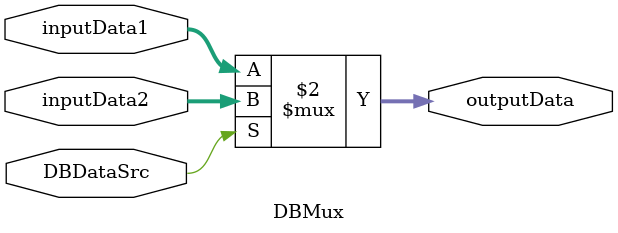
<source format=v>
`timescale 1ns / 1ps


module DBMux(DBDataSrc,inputData1,inputData2,outputData);
    input DBDataSrc;
    input [31:0] inputData1,inputData2;
    output [31:0]outputData;
    assign outputData = (DBDataSrc==0)?inputData1:inputData2;
endmodule

</source>
